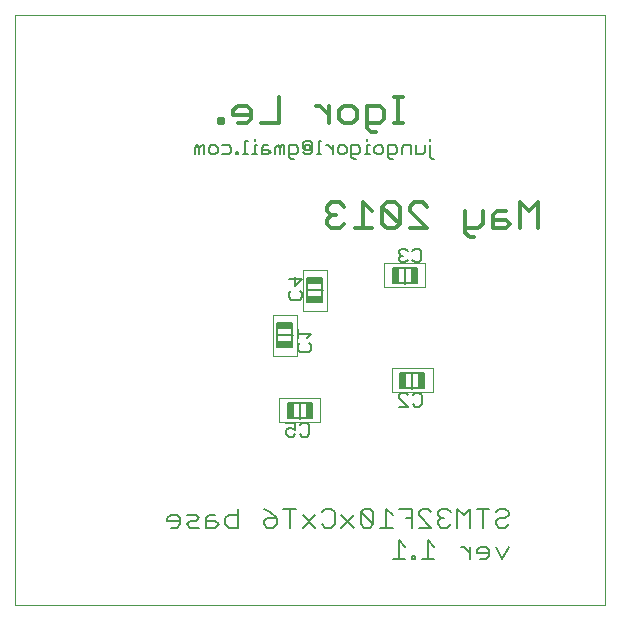
<source format=gbo>
G75*
G70*
%OFA0B0*%
%FSLAX24Y24*%
%IPPOS*%
%LPD*%
%AMOC8*
5,1,8,0,0,1.08239X$1,22.5*
%
%ADD10C,0.0000*%
%ADD11C,0.0130*%
%ADD12C,0.0080*%
%ADD13C,0.0050*%
%ADD14R,0.0492X0.0189*%
%ADD15R,0.0189X0.0492*%
D10*
X001481Y000917D02*
X001481Y020602D01*
X021166Y020602D01*
X021166Y000917D01*
X001481Y000917D01*
X010292Y007023D02*
X011670Y007023D01*
X011670Y007810D01*
X010292Y007810D01*
X010292Y007023D01*
X010087Y009228D02*
X010087Y010606D01*
X010875Y010606D01*
X010875Y009228D01*
X010087Y009228D01*
X011087Y010728D02*
X011875Y010728D01*
X011875Y012106D01*
X011087Y012106D01*
X011087Y010728D01*
X013792Y011523D02*
X015170Y011523D01*
X015170Y012310D01*
X013792Y012310D01*
X013792Y011523D01*
X014042Y008810D02*
X015420Y008810D01*
X015420Y008023D01*
X014042Y008023D01*
X014042Y008810D01*
D11*
X016639Y013191D02*
X016784Y013191D01*
X016639Y013191D02*
X016494Y013337D01*
X016494Y014062D01*
X016494Y013482D02*
X016929Y013482D01*
X017075Y013627D01*
X017075Y014062D01*
X017415Y013917D02*
X017415Y013482D01*
X017850Y013482D01*
X017995Y013627D01*
X017850Y013772D01*
X017415Y013772D01*
X017415Y013917D02*
X017560Y014062D01*
X017850Y014062D01*
X018336Y014352D02*
X018336Y013482D01*
X018626Y014062D02*
X018336Y014352D01*
X018626Y014062D02*
X018916Y014352D01*
X018916Y013482D01*
X015233Y013482D02*
X014652Y014062D01*
X014652Y014207D01*
X014798Y014352D01*
X015088Y014352D01*
X015233Y014207D01*
X015233Y013482D02*
X014652Y013482D01*
X014312Y013627D02*
X013732Y014207D01*
X013732Y013627D01*
X013877Y013482D01*
X014167Y013482D01*
X014312Y013627D01*
X014312Y014207D01*
X014167Y014352D01*
X013877Y014352D01*
X013732Y014207D01*
X013391Y014062D02*
X013101Y014352D01*
X013101Y013482D01*
X013391Y013482D02*
X012811Y013482D01*
X012471Y013627D02*
X012325Y013482D01*
X012035Y013482D01*
X011890Y013627D01*
X011890Y013772D01*
X012035Y013917D01*
X012180Y013917D01*
X012035Y013917D02*
X011890Y014062D01*
X011890Y014207D01*
X012035Y014352D01*
X012325Y014352D01*
X012471Y014207D01*
X013367Y016691D02*
X013222Y016837D01*
X013222Y017562D01*
X013657Y017562D01*
X013802Y017417D01*
X013802Y017127D01*
X013657Y016982D01*
X013222Y016982D01*
X013367Y016691D02*
X013512Y016691D01*
X012881Y017127D02*
X012736Y016982D01*
X012446Y016982D01*
X012301Y017127D01*
X012301Y017417D01*
X012446Y017562D01*
X012736Y017562D01*
X012881Y017417D01*
X012881Y017127D01*
X011961Y017272D02*
X011670Y017562D01*
X011525Y017562D01*
X011961Y017562D02*
X011961Y016982D01*
X010273Y016982D02*
X009692Y016982D01*
X009352Y017127D02*
X009352Y017417D01*
X009207Y017562D01*
X008916Y017562D01*
X008771Y017417D01*
X008771Y017272D01*
X009352Y017272D01*
X009352Y017127D02*
X009207Y016982D01*
X008916Y016982D01*
X008431Y016982D02*
X008286Y016982D01*
X008286Y017127D01*
X008431Y017127D01*
X008431Y016982D01*
X010273Y016982D02*
X010273Y017852D01*
X014126Y017852D02*
X014416Y017852D01*
X014271Y017852D02*
X014271Y016982D01*
X014416Y016982D02*
X014126Y016982D01*
D12*
X014305Y004127D02*
X014718Y004127D01*
X014718Y003507D01*
X014949Y003507D02*
X015363Y003507D01*
X014949Y003920D01*
X014949Y004024D01*
X015053Y004127D01*
X015259Y004127D01*
X015363Y004024D01*
X015594Y004024D02*
X015594Y003920D01*
X015697Y003817D01*
X015594Y003714D01*
X015594Y003610D01*
X015697Y003507D01*
X015904Y003507D01*
X016007Y003610D01*
X016238Y003507D02*
X016238Y004127D01*
X016445Y003920D01*
X016652Y004127D01*
X016652Y003507D01*
X017090Y003507D02*
X017090Y004127D01*
X017297Y004127D02*
X016883Y004127D01*
X017527Y004024D02*
X017631Y004127D01*
X017838Y004127D01*
X017941Y004024D01*
X017941Y003920D01*
X017838Y003817D01*
X017631Y003817D01*
X017527Y003714D01*
X017527Y003610D01*
X017631Y003507D01*
X017838Y003507D01*
X017941Y003610D01*
X017941Y002870D02*
X017734Y002457D01*
X017527Y002870D01*
X017297Y002767D02*
X017193Y002870D01*
X016986Y002870D01*
X016883Y002767D01*
X016883Y002664D01*
X017297Y002664D01*
X017297Y002767D02*
X017297Y002560D01*
X017193Y002457D01*
X016986Y002457D01*
X016652Y002457D02*
X016652Y002870D01*
X016652Y002664D02*
X016445Y002870D01*
X016342Y002870D01*
X015470Y002870D02*
X015263Y003077D01*
X015263Y002457D01*
X015057Y002457D02*
X015470Y002457D01*
X014826Y002457D02*
X014722Y002457D01*
X014722Y002560D01*
X014826Y002560D01*
X014826Y002457D01*
X014504Y002457D02*
X014090Y002457D01*
X014297Y002457D02*
X014297Y003077D01*
X014504Y002870D01*
X014074Y003507D02*
X013660Y003507D01*
X013867Y003507D02*
X013867Y004127D01*
X014074Y003920D01*
X014512Y003817D02*
X014718Y003817D01*
X015594Y004024D02*
X015697Y004127D01*
X015904Y004127D01*
X016007Y004024D01*
X015801Y003817D02*
X015697Y003817D01*
X013429Y003610D02*
X013429Y004024D01*
X013326Y004127D01*
X013119Y004127D01*
X013016Y004024D01*
X013429Y003610D01*
X013326Y003507D01*
X013119Y003507D01*
X013016Y003610D01*
X013016Y004024D01*
X012785Y003920D02*
X012371Y003507D01*
X012140Y003610D02*
X012037Y003507D01*
X011830Y003507D01*
X011726Y003610D01*
X011496Y003507D02*
X011082Y003920D01*
X010851Y004127D02*
X010437Y004127D01*
X010644Y004127D02*
X010644Y003507D01*
X011082Y003507D02*
X011496Y003920D01*
X011726Y004024D02*
X011830Y004127D01*
X012037Y004127D01*
X012140Y004024D01*
X012140Y003610D01*
X012371Y003920D02*
X012785Y003507D01*
X010207Y003610D02*
X010103Y003507D01*
X009896Y003507D01*
X009793Y003610D01*
X009793Y003714D01*
X009896Y003817D01*
X010207Y003817D01*
X010207Y003610D01*
X010207Y003817D02*
X010000Y004024D01*
X009793Y004127D01*
X008917Y004127D02*
X008917Y003507D01*
X008607Y003507D01*
X008504Y003610D01*
X008504Y003817D01*
X008607Y003920D01*
X008917Y003920D01*
X008273Y003610D02*
X008169Y003714D01*
X007859Y003714D01*
X007859Y003817D02*
X007859Y003507D01*
X008169Y003507D01*
X008273Y003610D01*
X008169Y003920D02*
X007963Y003920D01*
X007859Y003817D01*
X007628Y003817D02*
X007525Y003920D01*
X007215Y003920D01*
X007318Y003714D02*
X007525Y003714D01*
X007628Y003817D01*
X007628Y003507D02*
X007318Y003507D01*
X007215Y003610D01*
X007318Y003714D01*
X006984Y003714D02*
X006570Y003714D01*
X006570Y003817D01*
X006673Y003920D01*
X006880Y003920D01*
X006984Y003817D01*
X006984Y003610D01*
X006880Y003507D01*
X006673Y003507D01*
D13*
X010536Y006616D02*
X010611Y006541D01*
X010761Y006541D01*
X010836Y006616D01*
X010836Y006766D02*
X010686Y006841D01*
X010611Y006841D01*
X010536Y006766D01*
X010536Y006616D01*
X010536Y006991D02*
X010836Y006991D01*
X010836Y006766D01*
X010996Y006616D02*
X011071Y006541D01*
X011221Y006541D01*
X011296Y006616D01*
X011296Y006916D01*
X011221Y006991D01*
X011071Y006991D01*
X010996Y006916D01*
X010981Y007141D02*
X010981Y007692D01*
X011375Y007663D02*
X010587Y007663D01*
X010587Y007171D01*
X011375Y007171D01*
X011375Y007663D01*
X011282Y009361D02*
X010982Y009361D01*
X010907Y009436D01*
X010907Y009586D01*
X010982Y009661D01*
X010907Y009821D02*
X010907Y010122D01*
X010907Y009971D02*
X011357Y009971D01*
X011207Y009821D01*
X011282Y009661D02*
X011357Y009586D01*
X011357Y009436D01*
X011282Y009361D01*
X010727Y009523D02*
X010727Y010310D01*
X010235Y010310D01*
X010235Y009523D01*
X010727Y009523D01*
X010757Y009917D02*
X010206Y009917D01*
X011235Y011023D02*
X011727Y011023D01*
X011727Y011810D01*
X011235Y011810D01*
X011235Y011023D01*
X011056Y011177D02*
X010981Y011102D01*
X010681Y011102D01*
X010606Y011177D01*
X010606Y011327D01*
X010681Y011402D01*
X010831Y011562D02*
X010831Y011862D01*
X011056Y011787D02*
X010831Y011562D01*
X010981Y011402D02*
X011056Y011327D01*
X011056Y011177D01*
X011206Y011417D02*
X011757Y011417D01*
X011056Y011787D02*
X010606Y011787D01*
X014087Y011671D02*
X014875Y011671D01*
X014875Y012163D01*
X014087Y012163D01*
X014087Y011671D01*
X014481Y011641D02*
X014481Y012192D01*
X014501Y012342D02*
X014576Y012417D01*
X014501Y012342D02*
X014351Y012342D01*
X014276Y012417D01*
X014276Y012492D01*
X014351Y012567D01*
X014426Y012567D01*
X014351Y012567D02*
X014276Y012643D01*
X014276Y012718D01*
X014351Y012793D01*
X014501Y012793D01*
X014576Y012718D01*
X014737Y012718D02*
X014812Y012793D01*
X014962Y012793D01*
X015037Y012718D01*
X015037Y012417D01*
X014962Y012342D01*
X014812Y012342D01*
X014737Y012417D01*
X015381Y015792D02*
X015306Y015867D01*
X015306Y016242D01*
X015306Y016392D02*
X015306Y016467D01*
X015149Y016242D02*
X015149Y016017D01*
X015074Y015942D01*
X014849Y015942D01*
X014849Y016242D01*
X014689Y016242D02*
X014464Y016242D01*
X014389Y016167D01*
X014389Y015942D01*
X014228Y016017D02*
X014153Y015942D01*
X013928Y015942D01*
X013928Y015867D02*
X013928Y016242D01*
X014153Y016242D01*
X014228Y016167D01*
X014228Y016017D01*
X014078Y015792D02*
X014003Y015792D01*
X013928Y015867D01*
X013768Y016017D02*
X013693Y015942D01*
X013543Y015942D01*
X013468Y016017D01*
X013468Y016167D01*
X013543Y016242D01*
X013693Y016242D01*
X013768Y016167D01*
X013768Y016017D01*
X013308Y015942D02*
X013157Y015942D01*
X013233Y015942D02*
X013233Y016242D01*
X013308Y016242D01*
X013233Y016392D02*
X013233Y016467D01*
X013001Y016167D02*
X012926Y016242D01*
X012700Y016242D01*
X012700Y015867D01*
X012775Y015792D01*
X012851Y015792D01*
X012926Y015942D02*
X012700Y015942D01*
X012540Y016017D02*
X012465Y015942D01*
X012315Y015942D01*
X012240Y016017D01*
X012240Y016167D01*
X012315Y016242D01*
X012465Y016242D01*
X012540Y016167D01*
X012540Y016017D01*
X012926Y015942D02*
X013001Y016017D01*
X013001Y016167D01*
X012080Y016242D02*
X012080Y015942D01*
X012080Y016092D02*
X011930Y016242D01*
X011855Y016242D01*
X011696Y016392D02*
X011621Y016392D01*
X011621Y015942D01*
X011696Y015942D02*
X011546Y015942D01*
X011389Y016017D02*
X011389Y016317D01*
X011314Y016392D01*
X011164Y016392D01*
X011089Y016317D01*
X011089Y016167D01*
X011164Y016092D01*
X011164Y016242D01*
X011314Y016242D01*
X011314Y016092D01*
X011164Y016092D01*
X011089Y016017D02*
X011164Y015942D01*
X011314Y015942D01*
X011389Y016017D01*
X010929Y016017D02*
X010854Y015942D01*
X010629Y015942D01*
X010629Y015867D02*
X010629Y016242D01*
X010854Y016242D01*
X010929Y016167D01*
X010929Y016017D01*
X010779Y015792D02*
X010704Y015792D01*
X010629Y015867D01*
X010469Y015942D02*
X010469Y016242D01*
X010393Y016242D01*
X010318Y016167D01*
X010243Y016242D01*
X010168Y016167D01*
X010168Y015942D01*
X010318Y015942D02*
X010318Y016167D01*
X010008Y016017D02*
X009933Y015942D01*
X009708Y015942D01*
X009708Y016167D01*
X009783Y016242D01*
X009933Y016242D01*
X009933Y016092D02*
X009708Y016092D01*
X009548Y016242D02*
X009473Y016242D01*
X009473Y015942D01*
X009548Y015942D02*
X009398Y015942D01*
X009241Y015942D02*
X009091Y015942D01*
X009166Y015942D02*
X009166Y016392D01*
X009241Y016392D01*
X009473Y016392D02*
X009473Y016467D01*
X009933Y016092D02*
X010008Y016017D01*
X008934Y016017D02*
X008934Y015942D01*
X008859Y015942D01*
X008859Y016017D01*
X008934Y016017D01*
X008704Y016017D02*
X008629Y015942D01*
X008403Y015942D01*
X008243Y016017D02*
X008168Y015942D01*
X008018Y015942D01*
X007943Y016017D01*
X007943Y016167D01*
X008018Y016242D01*
X008168Y016242D01*
X008243Y016167D01*
X008243Y016017D01*
X008403Y016242D02*
X008629Y016242D01*
X008704Y016167D01*
X008704Y016017D01*
X007783Y015942D02*
X007783Y016242D01*
X007708Y016242D01*
X007633Y016167D01*
X007558Y016242D01*
X007483Y016167D01*
X007483Y015942D01*
X007633Y015942D02*
X007633Y016167D01*
X014689Y016242D02*
X014689Y015942D01*
X015381Y015792D02*
X015456Y015792D01*
X014731Y008692D02*
X014731Y008141D01*
X014821Y007991D02*
X014971Y007991D01*
X015046Y007916D01*
X015046Y007616D01*
X014971Y007541D01*
X014821Y007541D01*
X014746Y007616D01*
X014586Y007541D02*
X014286Y007841D01*
X014286Y007916D01*
X014361Y007991D01*
X014511Y007991D01*
X014586Y007916D01*
X014746Y007916D02*
X014821Y007991D01*
X015125Y008171D02*
X015125Y008663D01*
X014337Y008663D01*
X014337Y008171D01*
X015125Y008171D01*
X014586Y007541D02*
X014286Y007541D01*
D14*
X010481Y009617D03*
X010481Y010216D03*
X011481Y011117D03*
X011481Y011716D03*
D15*
X014182Y011917D03*
X014780Y011917D03*
X015030Y008417D03*
X014432Y008417D03*
X011280Y007417D03*
X010682Y007417D03*
M02*

</source>
